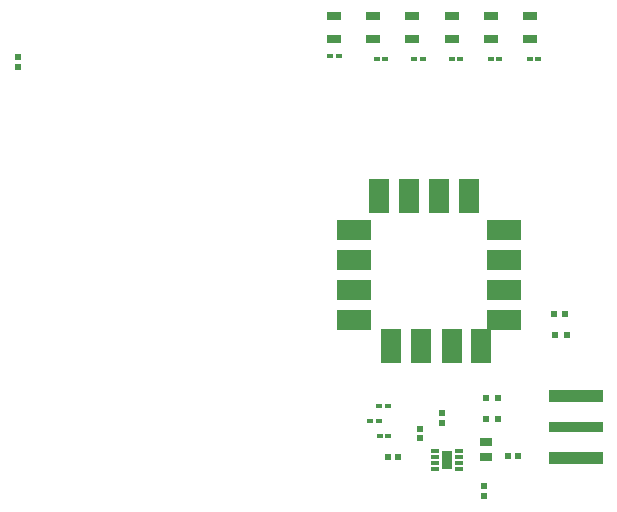
<source format=gtp>
G04*
G04 #@! TF.GenerationSoftware,Altium Limited,Altium Designer,24.9.1 (31)*
G04*
G04 Layer_Color=8421504*
%FSLAX25Y25*%
%MOIN*%
G70*
G04*
G04 #@! TF.SameCoordinates,E493A569-BD46-4AD9-B400-18CC68C2C09C*
G04*
G04*
G04 #@! TF.FilePolarity,Positive*
G04*
G01*
G75*
%ADD17R,0.02165X0.02362*%
%ADD18R,0.11811X0.06693*%
%ADD19R,0.06693X0.11811*%
%ADD20R,0.17953X0.03937*%
%ADD21R,0.17953X0.03347*%
%ADD22R,0.01968X0.01772*%
%ADD23R,0.02047X0.02047*%
%ADD24R,0.04016X0.02520*%
%ADD25R,0.02953X0.01181*%
%ADD26R,0.03347X0.06496*%
%ADD27R,0.04900X0.03000*%
%ADD28R,0.01968X0.01968*%
%ADD29R,0.02047X0.02047*%
%ADD30R,0.01968X0.02165*%
D17*
X7000Y147827D02*
D03*
Y151173D02*
D03*
X162500Y8173D02*
D03*
Y4827D02*
D03*
D18*
X119000Y93504D02*
D03*
Y73504D02*
D03*
Y63504D02*
D03*
X169000D02*
D03*
Y73504D02*
D03*
Y83504D02*
D03*
Y93504D02*
D03*
X119000Y83504D02*
D03*
D19*
X127465Y105000D02*
D03*
X137504D02*
D03*
X147504D02*
D03*
X157504D02*
D03*
X131480Y55000D02*
D03*
X141480D02*
D03*
X151520D02*
D03*
X161441D02*
D03*
D20*
X193000Y17685D02*
D03*
Y38315D02*
D03*
D21*
Y28000D02*
D03*
D22*
X177524Y150500D02*
D03*
X180476D02*
D03*
X164524D02*
D03*
X167476D02*
D03*
X151524D02*
D03*
X154476D02*
D03*
X139047D02*
D03*
X142000D02*
D03*
X126524D02*
D03*
X129476D02*
D03*
X113976Y151500D02*
D03*
X111024D02*
D03*
X127244Y30000D02*
D03*
X124291D02*
D03*
X130244Y35000D02*
D03*
X127291D02*
D03*
X130500Y25000D02*
D03*
X127547D02*
D03*
D23*
X148500Y29350D02*
D03*
Y32500D02*
D03*
D24*
X163000Y17980D02*
D03*
Y23020D02*
D03*
D25*
X146126Y20071D02*
D03*
Y18000D02*
D03*
Y15937D02*
D03*
Y13866D02*
D03*
X154000D02*
D03*
Y15937D02*
D03*
Y18000D02*
D03*
Y20071D02*
D03*
D26*
X150063Y16969D02*
D03*
D27*
X112500Y164850D02*
D03*
Y157150D02*
D03*
X125500Y164850D02*
D03*
Y157150D02*
D03*
X138500D02*
D03*
Y164850D02*
D03*
X151547Y157150D02*
D03*
Y164850D02*
D03*
X164547Y157150D02*
D03*
Y164850D02*
D03*
X177547Y157150D02*
D03*
Y164850D02*
D03*
D28*
X163000Y30500D02*
D03*
X166937D02*
D03*
X163031Y37500D02*
D03*
X166969D02*
D03*
X185563Y65504D02*
D03*
X189500D02*
D03*
X186031Y58504D02*
D03*
X189969D02*
D03*
D29*
X170425Y18228D02*
D03*
X173575D02*
D03*
X130425Y17996D02*
D03*
X133575D02*
D03*
D30*
X141000Y27205D02*
D03*
Y24252D02*
D03*
M02*

</source>
